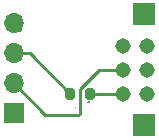
<source format=gbr>
%TF.GenerationSoftware,KiCad,Pcbnew,7.0.9*%
%TF.CreationDate,2024-01-16T18:08:56-05:00*%
%TF.ProjectId,FilpperZero_Gameboy_Link_V2,46696c70-7065-4725-9a65-726f5f47616d,1.2*%
%TF.SameCoordinates,Original*%
%TF.FileFunction,Copper,L2,Bot*%
%TF.FilePolarity,Positive*%
%FSLAX46Y46*%
G04 Gerber Fmt 4.6, Leading zero omitted, Abs format (unit mm)*
G04 Created by KiCad (PCBNEW 7.0.9) date 2024-01-16 18:08:56*
%MOMM*%
%LPD*%
G01*
G04 APERTURE LIST*
G04 Aperture macros list*
%AMRoundRect*
0 Rectangle with rounded corners*
0 $1 Rounding radius*
0 $2 $3 $4 $5 $6 $7 $8 $9 X,Y pos of 4 corners*
0 Add a 4 corners polygon primitive as box body*
4,1,4,$2,$3,$4,$5,$6,$7,$8,$9,$2,$3,0*
0 Add four circle primitives for the rounded corners*
1,1,$1+$1,$2,$3*
1,1,$1+$1,$4,$5*
1,1,$1+$1,$6,$7*
1,1,$1+$1,$8,$9*
0 Add four rect primitives between the rounded corners*
20,1,$1+$1,$2,$3,$4,$5,0*
20,1,$1+$1,$4,$5,$6,$7,0*
20,1,$1+$1,$6,$7,$8,$9,0*
20,1,$1+$1,$8,$9,$2,$3,0*%
G04 Aperture macros list end*
%TA.AperFunction,NonConductor*%
%ADD10C,0.000000*%
%TD*%
%TA.AperFunction,ComponentPad*%
%ADD11C,1.308000*%
%TD*%
%TA.AperFunction,ComponentPad*%
%ADD12R,1.905000X1.905000*%
%TD*%
%TA.AperFunction,SMDPad,CuDef*%
%ADD13RoundRect,0.200000X-0.200000X-0.275000X0.200000X-0.275000X0.200000X0.275000X-0.200000X0.275000X0*%
%TD*%
%TA.AperFunction,ComponentPad*%
%ADD14R,1.700000X1.700000*%
%TD*%
%TA.AperFunction,ComponentPad*%
%ADD15O,1.700000X1.700000*%
%TD*%
%TA.AperFunction,Conductor*%
%ADD16C,0.250000*%
%TD*%
G04 APERTURE END LIST*
D10*
%TA.AperFunction,NonConductor*%
G36*
X141455056Y-59906249D02*
G01*
X141460412Y-59906660D01*
X141465693Y-59907336D01*
X141470891Y-59908271D01*
X141476000Y-59909457D01*
X141481013Y-59910889D01*
X141485923Y-59912560D01*
X141490724Y-59914462D01*
X141495409Y-59916588D01*
X141499970Y-59918933D01*
X141504402Y-59921489D01*
X141508697Y-59924249D01*
X141512849Y-59927207D01*
X141516850Y-59930356D01*
X141520695Y-59933689D01*
X141524376Y-59937199D01*
X141527886Y-59940880D01*
X141531219Y-59944725D01*
X141534368Y-59948726D01*
X141537326Y-59952878D01*
X141540086Y-59957173D01*
X141542642Y-59961605D01*
X141544987Y-59966166D01*
X141547113Y-59970851D01*
X141549015Y-59975652D01*
X141550685Y-59980562D01*
X141552117Y-59985575D01*
X141553304Y-59990684D01*
X141554239Y-59995882D01*
X141554915Y-60001163D01*
X141555326Y-60006519D01*
X141555464Y-60011944D01*
X141555326Y-60017369D01*
X141554915Y-60022725D01*
X141554239Y-60028005D01*
X141553304Y-60033204D01*
X141552117Y-60038313D01*
X141550686Y-60043326D01*
X141549015Y-60048236D01*
X141547114Y-60053037D01*
X141544987Y-60057722D01*
X141542642Y-60062283D01*
X141540087Y-60066715D01*
X141537326Y-60071010D01*
X141534368Y-60075162D01*
X141531220Y-60079163D01*
X141527887Y-60083008D01*
X141524376Y-60086689D01*
X141520696Y-60090199D01*
X141516851Y-60093532D01*
X141512850Y-60096681D01*
X141508698Y-60099639D01*
X141504403Y-60102399D01*
X141499971Y-60104955D01*
X141495410Y-60107300D01*
X141490725Y-60109426D01*
X141485924Y-60111328D01*
X141481014Y-60112998D01*
X141476001Y-60114430D01*
X141470891Y-60115617D01*
X141465693Y-60116552D01*
X141460413Y-60117228D01*
X141455057Y-60117639D01*
X141449632Y-60117777D01*
X141444207Y-60117639D01*
X141438851Y-60117228D01*
X141433570Y-60116552D01*
X141428372Y-60115617D01*
X141423263Y-60114430D01*
X141418250Y-60112998D01*
X141413340Y-60111328D01*
X141408539Y-60109426D01*
X141403855Y-60107300D01*
X141399293Y-60104955D01*
X141394861Y-60102399D01*
X141390566Y-60099639D01*
X141386415Y-60096681D01*
X141382413Y-60093532D01*
X141378568Y-60090199D01*
X141374888Y-60086689D01*
X141371377Y-60083008D01*
X141368044Y-60079163D01*
X141364895Y-60075162D01*
X141361937Y-60071010D01*
X141359177Y-60066715D01*
X141356621Y-60062283D01*
X141354277Y-60057722D01*
X141352150Y-60053037D01*
X141350248Y-60048236D01*
X141348578Y-60043326D01*
X141347146Y-60038313D01*
X141345959Y-60033204D01*
X141345024Y-60028005D01*
X141344348Y-60022725D01*
X141343937Y-60017369D01*
X141343799Y-60011944D01*
X141343937Y-60006519D01*
X141344348Y-60001163D01*
X141345024Y-59995882D01*
X141345959Y-59990684D01*
X141347146Y-59985575D01*
X141348578Y-59980562D01*
X141350248Y-59975652D01*
X141352150Y-59970851D01*
X141354276Y-59966166D01*
X141356621Y-59961605D01*
X141359177Y-59957173D01*
X141361937Y-59952878D01*
X141364895Y-59948726D01*
X141368044Y-59944725D01*
X141371377Y-59940880D01*
X141374887Y-59937199D01*
X141378568Y-59933689D01*
X141382412Y-59930356D01*
X141386414Y-59927207D01*
X141390565Y-59924249D01*
X141394860Y-59921489D01*
X141399292Y-59918933D01*
X141403854Y-59916588D01*
X141408538Y-59914462D01*
X141413339Y-59912560D01*
X141418250Y-59910889D01*
X141423263Y-59909457D01*
X141428372Y-59908271D01*
X141433570Y-59907336D01*
X141438850Y-59906660D01*
X141444207Y-59906249D01*
X141449632Y-59906111D01*
X141455056Y-59906249D01*
G37*
%TD.AperFunction*%
%TA.AperFunction,NonConductor*%
G36*
X140341094Y-60435346D02*
G01*
X140343772Y-60435552D01*
X140346413Y-60435890D01*
X140349012Y-60436357D01*
X140351566Y-60436951D01*
X140354073Y-60437667D01*
X140356528Y-60438502D01*
X140358929Y-60439453D01*
X140361271Y-60440516D01*
X140363552Y-60441688D01*
X140365768Y-60442966D01*
X140367915Y-60444346D01*
X140369991Y-60445825D01*
X140371992Y-60447400D01*
X140373914Y-60449066D01*
X140375755Y-60450822D01*
X140377510Y-60452662D01*
X140379176Y-60454584D01*
X140380751Y-60456585D01*
X140382230Y-60458661D01*
X140383610Y-60460808D01*
X140384888Y-60463024D01*
X140386060Y-60465305D01*
X140387124Y-60467647D01*
X140388075Y-60470048D01*
X140388910Y-60472503D01*
X140389626Y-60475010D01*
X140390219Y-60477564D01*
X140390687Y-60480163D01*
X140391025Y-60482803D01*
X140391230Y-60485481D01*
X140391299Y-60488194D01*
X140391230Y-60490906D01*
X140391025Y-60493584D01*
X140390687Y-60496225D01*
X140390219Y-60498824D01*
X140389626Y-60501378D01*
X140388910Y-60503885D01*
X140388075Y-60506340D01*
X140387124Y-60508740D01*
X140386060Y-60511083D01*
X140384888Y-60513364D01*
X140383610Y-60515579D01*
X140382230Y-60517727D01*
X140380751Y-60519803D01*
X140379176Y-60521804D01*
X140377510Y-60523726D01*
X140375755Y-60525566D01*
X140373914Y-60527321D01*
X140371992Y-60528988D01*
X140369991Y-60530562D01*
X140367915Y-60532041D01*
X140365768Y-60533421D01*
X140363552Y-60534699D01*
X140361271Y-60535872D01*
X140358929Y-60536935D01*
X140356528Y-60537886D01*
X140354073Y-60538721D01*
X140351566Y-60539437D01*
X140349012Y-60540030D01*
X140346413Y-60540498D01*
X140343772Y-60540836D01*
X140341094Y-60541041D01*
X140338382Y-60541111D01*
X140335669Y-60541041D01*
X140332991Y-60540836D01*
X140330351Y-60540498D01*
X140327752Y-60540030D01*
X140325197Y-60539437D01*
X140322691Y-60538721D01*
X140320235Y-60537886D01*
X140317835Y-60536935D01*
X140315492Y-60535872D01*
X140313212Y-60534699D01*
X140310996Y-60533421D01*
X140308848Y-60532041D01*
X140306772Y-60530562D01*
X140304771Y-60528988D01*
X140302849Y-60527321D01*
X140301009Y-60525566D01*
X140299254Y-60523726D01*
X140297587Y-60521804D01*
X140296013Y-60519803D01*
X140294534Y-60517727D01*
X140293153Y-60515579D01*
X140291875Y-60513364D01*
X140290703Y-60511083D01*
X140289640Y-60508740D01*
X140288689Y-60506340D01*
X140287854Y-60503885D01*
X140287138Y-60501378D01*
X140286544Y-60498824D01*
X140286077Y-60496225D01*
X140285739Y-60493584D01*
X140285533Y-60490906D01*
X140285464Y-60488194D01*
X140285533Y-60485481D01*
X140285739Y-60482803D01*
X140286077Y-60480163D01*
X140286544Y-60477564D01*
X140287138Y-60475010D01*
X140287854Y-60472503D01*
X140288689Y-60470048D01*
X140289640Y-60467647D01*
X140290703Y-60465305D01*
X140291875Y-60463024D01*
X140293153Y-60460808D01*
X140294534Y-60458661D01*
X140296013Y-60456585D01*
X140297587Y-60454584D01*
X140299254Y-60452662D01*
X140301009Y-60450822D01*
X140302849Y-60449066D01*
X140304771Y-60447400D01*
X140306772Y-60445825D01*
X140308848Y-60444346D01*
X140310996Y-60442966D01*
X140313212Y-60441688D01*
X140315492Y-60440516D01*
X140317835Y-60439453D01*
X140320235Y-60438502D01*
X140322691Y-60437667D01*
X140325197Y-60436951D01*
X140327752Y-60436357D01*
X140330351Y-60435890D01*
X140332991Y-60435552D01*
X140335669Y-60435346D01*
X140338382Y-60435277D01*
X140341094Y-60435346D01*
G37*
%TD.AperFunction*%
D11*
%TO.P,P1,+5V,+5V*%
%TO.N,Net-(P1-Pad+5V)*%
X144399000Y-55243000D03*
%TO.P,P1,CLK,CLK*%
%TO.N,Net-(P1-PadCLK)*%
X144399000Y-59311000D03*
%TO.P,P1,GND,GND*%
%TO.N,GND*%
X146431000Y-59311000D03*
%TO.P,P1,IN,IN*%
%TO.N,Net-(J1-Pad2)*%
X144399000Y-57277000D03*
D12*
%TO.P,P1,MP1*%
%TO.N,N/C*%
X146177000Y-61974000D03*
%TO.P,P1,MP2*%
X146177000Y-52580000D03*
D11*
%TO.P,P1,OUT,OUT*%
%TO.N,Net-(J1-Pad4)*%
X146431000Y-55243000D03*
%TO.P,P1,SD,SD*%
%TO.N,unconnected-(P1-PadSD)*%
X146431000Y-57277000D03*
%TD*%
D13*
%TO.P,R1,1*%
%TO.N,Net-(J1-Pad3)*%
X139891000Y-59309000D03*
%TO.P,R1,2*%
%TO.N,Net-(P1-PadCLK)*%
X141541000Y-59309000D03*
%TD*%
D14*
%TO.P,J1,1*%
%TO.N,GND*%
X135128000Y-60960000D03*
D15*
%TO.P,J1,2*%
%TO.N,Net-(J1-Pad2)*%
X135128000Y-58420000D03*
%TO.P,J1,3*%
%TO.N,Net-(J1-Pad3)*%
X135128000Y-55880000D03*
%TO.P,J1,4*%
%TO.N,Net-(J1-Pad4)*%
X135128000Y-53340000D03*
%TD*%
D16*
%TO.N,Net-(J1-Pad3)*%
X136462000Y-55880000D02*
X139891000Y-59309000D01*
X135128000Y-55880000D02*
X136462000Y-55880000D01*
%TO.N,Net-(J1-Pad2)*%
X140622793Y-61053207D02*
X137761207Y-61053207D01*
X137761207Y-61053207D02*
X135128000Y-58420000D01*
X144399000Y-57277000D02*
X142349996Y-57277000D01*
X140762164Y-60913836D02*
X140622793Y-61053207D01*
X142349996Y-57277000D02*
X140762164Y-58864832D01*
X140762164Y-58864832D02*
X140762164Y-60913836D01*
%TO.N,GND*%
X135221207Y-61053207D02*
X135128000Y-60960000D01*
%TO.N,Net-(P1-PadCLK)*%
X141543000Y-59311000D02*
X141541000Y-59309000D01*
X141541000Y-59309000D02*
X144397000Y-59309000D01*
X144397000Y-59309000D02*
X144399000Y-59311000D01*
%TO.N,Net-(J1-Pad4)*%
X135645500Y-53857500D02*
X135128000Y-53340000D01*
%TD*%
M02*

</source>
